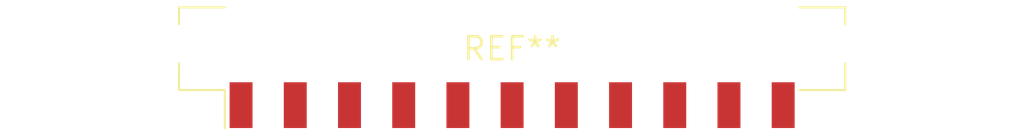
<source format=kicad_pcb>
(kicad_pcb (version 20240108) (generator pcbnew)
  (layers (0 "F.Cu" signal) (31 "B.Cu" signal) (34 "B.Paste" user) (35 "F.Paste" user) (36 "B.SilkS" user "B.Silkscreen") (37 "F.SilkS" user "F.Silkscreen") (38 "B.Mask" user) (39 "F.Mask" user) (44 "Edge.Cuts" user))
  (net 0 "")
  (footprint "Molex_Micro-Fit_3.0_43650-1121_1x11_P3.00mm_Vertical" (layer "F.Cu") (at 0 0)
    (property "Reference" "REF**")
    (property "Value" "Molex_Micro-Fit_3.0_43650-1121_1x11_P3.00mm_Vertical")
    (fp_line (start -18.435 -2.295) (end -17.015 -2.295) (layer "F.SilkS") (stroke (width 0.12)))
    (fp_line (start -18.435 -1.37) (end -18.435 -2.295) (layer "F.SilkS") (stroke (width 0.12)))
    (fp_line (start -18.435 0.8) (end -18.435 2.295) (layer "F.SilkS") (stroke (width 0.12)))
    (fp_line (start -18.435 2.295) (end -15.895 2.295) (layer "F.SilkS") (stroke (width 0.12)))
    (fp_line (start -17.015 -2.295) (end -17.015 -2.295) (layer "F.SilkS") (stroke (width 0.12)))
    (fp_line (start -17.015 -2.295) (end -15.895 -2.295) (layer "F.SilkS") (stroke (width 0.12)))
    (fp_line (start -15.895 2.295) (end -15.895 4.405) (layer "F.SilkS") (stroke (width 0.12)))
    (fp_line (start 17.015 -2.295) (end 15.895 -2.295) (layer "F.SilkS") (stroke (width 0.12)))
    (fp_line (start 17.015 -2.295) (end 17.015 -2.295) (layer "F.SilkS") (stroke (width 0.12)))
    (fp_line (start 18.435 -2.295) (end 17.015 -2.295) (layer "F.SilkS") (stroke (width 0.12)))
    (fp_line (start 18.435 -1.37) (end 18.435 -2.295) (layer "F.SilkS") (stroke (width 0.12)))
    (fp_line (start 18.435 0.8) (end 18.435 2.295) (layer "F.SilkS") (stroke (width 0.12)))
    (fp_line (start 18.435 2.295) (end 15.895 2.295) (layer "F.SilkS") (stroke (width 0.12)))
    (pad "" np_thru_hole circle (at -17.15 -0.285) (size 2.41 2.41) (drill 2.41) (layers *.Cu *.Mask))
    (pad "" np_thru_hole circle (at 17.15 -0.285) (size 2.41 2.41) (drill 2.41) (layers *.Cu *.Mask))
    (pad "1" smd rect (at -15 3.135) (size 1.27 2.54) (layers "F.Cu" "F.Paste" "F.Mask"))
    (pad "2" smd rect (at -12 3.135) (size 1.27 2.54) (layers "F.Cu" "F.Paste" "F.Mask"))
    (pad "3" smd rect (at -9 3.135) (size 1.27 2.54) (layers "F.Cu" "F.Paste" "F.Mask"))
    (pad "4" smd rect (at -6 3.135) (size 1.27 2.54) (layers "F.Cu" "F.Paste" "F.Mask"))
    (pad "5" smd rect (at -3 3.135) (size 1.27 2.54) (layers "F.Cu" "F.Paste" "F.Mask"))
    (pad "6" smd rect (at 0 3.135) (size 1.27 2.54) (layers "F.Cu" "F.Paste" "F.Mask"))
    (pad "7" smd rect (at 3 3.135) (size 1.27 2.54) (layers "F.Cu" "F.Paste" "F.Mask"))
    (pad "8" smd rect (at 6 3.135) (size 1.27 2.54) (layers "F.Cu" "F.Paste" "F.Mask"))
    (pad "9" smd rect (at 9 3.135) (size 1.27 2.54) (layers "F.Cu" "F.Paste" "F.Mask"))
    (pad "10" smd rect (at 12 3.135) (size 1.27 2.54) (layers "F.Cu" "F.Paste" "F.Mask"))
    (pad "11" smd rect (at 15 3.135) (size 1.27 2.54) (layers "F.Cu" "F.Paste" "F.Mask"))
  )
)
</source>
